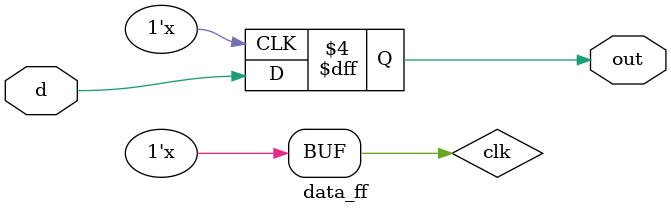
<source format=v>
module data_ff(d,out);
input d;
output reg out;
reg clk;

always @(clk)
#1 clk = ~clk;

always @(posedge clk)
out <= d;

endmodule

</source>
